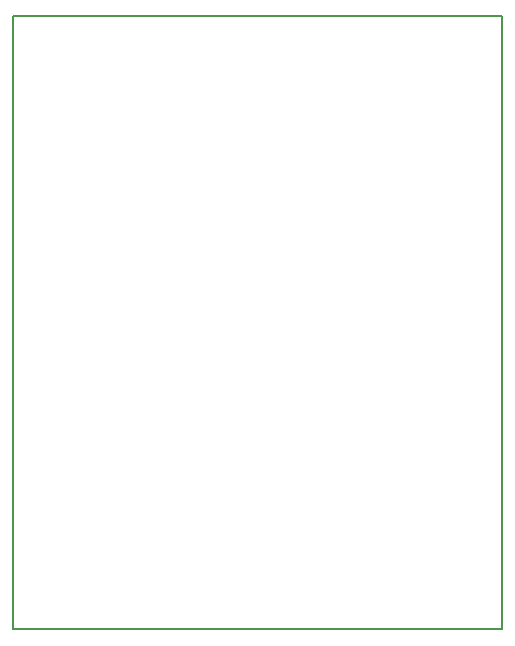
<source format=gbo>
G04 MADE WITH FRITZING*
G04 WWW.FRITZING.ORG*
G04 DOUBLE SIDED*
G04 HOLES PLATED*
G04 CONTOUR ON CENTER OF CONTOUR VECTOR*
%ASAXBY*%
%FSLAX23Y23*%
%MOIN*%
%OFA0B0*%
%SFA1.0B1.0*%
%ADD10R,1.634940X2.051860X1.618940X2.035860*%
%ADD11C,0.008000*%
%LNSILK0*%
G90*
G70*
G54D11*
X4Y2048D02*
X1631Y2048D01*
X1631Y4D01*
X4Y4D01*
X4Y2048D01*
D02*
G04 End of Silk0*
M02*
</source>
